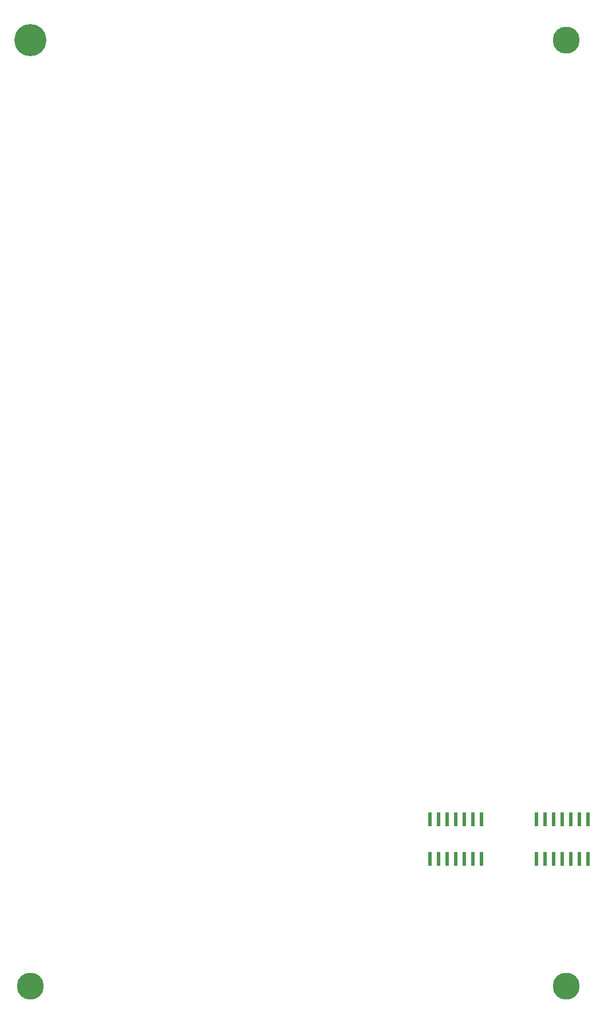
<source format=gtp>
G04 #@! TF.FileFunction,Paste,Top*
%FSLAX46Y46*%
G04 Gerber Fmt 4.6, Leading zero omitted, Abs format (unit mm)*
G04 Created by KiCad (PCBNEW (after 2015-mar-04 BZR unknown)-product) date Sun 03 Mar 2019 09:58:19 PM EST*
%MOMM*%
G01*
G04 APERTURE LIST*
%ADD10C,0.152400*%
%ADD11R,0.600000X2.000000*%
%ADD12C,3.987800*%
%ADD13C,4.749800*%
G04 APERTURE END LIST*
D10*
D11*
X196977000Y-139044000D03*
X198247000Y-139044000D03*
X199517000Y-139044000D03*
X200787000Y-139044000D03*
X202057000Y-139044000D03*
X203327000Y-139044000D03*
X204597000Y-139044000D03*
X204597000Y-133244000D03*
X203327000Y-133244000D03*
X202057000Y-133244000D03*
X200787000Y-133244000D03*
X199517000Y-133244000D03*
X198247000Y-133244000D03*
X196977000Y-133244000D03*
X181229000Y-139044000D03*
X182499000Y-139044000D03*
X183769000Y-139044000D03*
X185039000Y-139044000D03*
X186309000Y-139044000D03*
X187579000Y-139044000D03*
X188849000Y-139044000D03*
X188849000Y-133244000D03*
X187579000Y-133244000D03*
X186309000Y-133244000D03*
X185039000Y-133244000D03*
X183769000Y-133244000D03*
X182499000Y-133244000D03*
X181229000Y-133244000D03*
D12*
X122174000Y-157861000D03*
X201422000Y-157861000D03*
X201422000Y-18161000D03*
D13*
X122174000Y-18161000D03*
M02*

</source>
